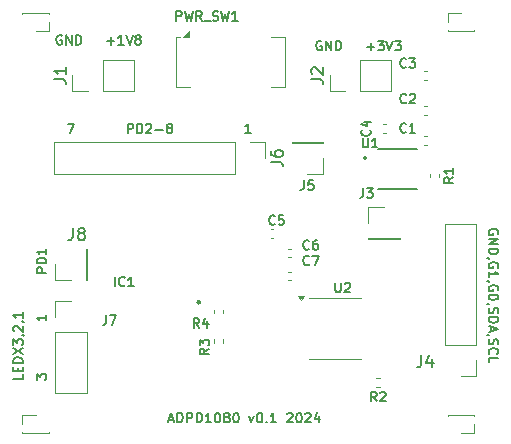
<source format=gbr>
G04 #@! TF.GenerationSoftware,KiCad,Pcbnew,8.0.01-1-dev-1e03266dfe*
G04 #@! TF.CreationDate,2024-03-02T01:32:54-08:00*
G04 #@! TF.ProjectId,adpd1080_breakoutboard,61647064-3130-4383-905f-627265616b6f,rev?*
G04 #@! TF.SameCoordinates,Original*
G04 #@! TF.FileFunction,Legend,Top*
G04 #@! TF.FilePolarity,Positive*
%FSLAX46Y46*%
G04 Gerber Fmt 4.6, Leading zero omitted, Abs format (unit mm)*
G04 Created by KiCad (PCBNEW 8.0.01-1-dev-1e03266dfe) date 2024-03-02 01:32:54*
%MOMM*%
%LPD*%
G01*
G04 APERTURE LIST*
%ADD10C,0.150000*%
%ADD11C,0.177800*%
%ADD12C,0.254000*%
%ADD13C,0.120000*%
%ADD14C,0.152400*%
G04 APERTURE END LIST*
D10*
X62117609Y-40458207D02*
X62155704Y-40382017D01*
X62155704Y-40382017D02*
X62155704Y-40267731D01*
X62155704Y-40267731D02*
X62117609Y-40153445D01*
X62117609Y-40153445D02*
X62041419Y-40077255D01*
X62041419Y-40077255D02*
X61965228Y-40039160D01*
X61965228Y-40039160D02*
X61812847Y-40001064D01*
X61812847Y-40001064D02*
X61698561Y-40001064D01*
X61698561Y-40001064D02*
X61546180Y-40039160D01*
X61546180Y-40039160D02*
X61469990Y-40077255D01*
X61469990Y-40077255D02*
X61393800Y-40153445D01*
X61393800Y-40153445D02*
X61355704Y-40267731D01*
X61355704Y-40267731D02*
X61355704Y-40343922D01*
X61355704Y-40343922D02*
X61393800Y-40458207D01*
X61393800Y-40458207D02*
X61431895Y-40496303D01*
X61431895Y-40496303D02*
X61698561Y-40496303D01*
X61698561Y-40496303D02*
X61698561Y-40343922D01*
X61355704Y-40839160D02*
X62155704Y-40839160D01*
X62155704Y-40839160D02*
X61355704Y-41296303D01*
X61355704Y-41296303D02*
X62155704Y-41296303D01*
X61355704Y-41677255D02*
X62155704Y-41677255D01*
X62155704Y-41677255D02*
X62155704Y-41867731D01*
X62155704Y-41867731D02*
X62117609Y-41982017D01*
X62117609Y-41982017D02*
X62041419Y-42058207D01*
X62041419Y-42058207D02*
X61965228Y-42096302D01*
X61965228Y-42096302D02*
X61812847Y-42134398D01*
X61812847Y-42134398D02*
X61698561Y-42134398D01*
X61698561Y-42134398D02*
X61546180Y-42096302D01*
X61546180Y-42096302D02*
X61469990Y-42058207D01*
X61469990Y-42058207D02*
X61393800Y-41982017D01*
X61393800Y-41982017D02*
X61355704Y-41867731D01*
X61355704Y-41867731D02*
X61355704Y-41677255D01*
X61393800Y-42515350D02*
X61355704Y-42515350D01*
X61355704Y-42515350D02*
X61279514Y-42477255D01*
X61279514Y-42477255D02*
X61241419Y-42439159D01*
X62117609Y-43277254D02*
X62155704Y-43201064D01*
X62155704Y-43201064D02*
X62155704Y-43086778D01*
X62155704Y-43086778D02*
X62117609Y-42972492D01*
X62117609Y-42972492D02*
X62041419Y-42896302D01*
X62041419Y-42896302D02*
X61965228Y-42858207D01*
X61965228Y-42858207D02*
X61812847Y-42820111D01*
X61812847Y-42820111D02*
X61698561Y-42820111D01*
X61698561Y-42820111D02*
X61546180Y-42858207D01*
X61546180Y-42858207D02*
X61469990Y-42896302D01*
X61469990Y-42896302D02*
X61393800Y-42972492D01*
X61393800Y-42972492D02*
X61355704Y-43086778D01*
X61355704Y-43086778D02*
X61355704Y-43162969D01*
X61355704Y-43162969D02*
X61393800Y-43277254D01*
X61393800Y-43277254D02*
X61431895Y-43315350D01*
X61431895Y-43315350D02*
X61698561Y-43315350D01*
X61698561Y-43315350D02*
X61698561Y-43162969D01*
X61355704Y-44077254D02*
X61355704Y-43620111D01*
X61355704Y-43848683D02*
X62155704Y-43848683D01*
X62155704Y-43848683D02*
X62041419Y-43772492D01*
X62041419Y-43772492D02*
X61965228Y-43696302D01*
X61965228Y-43696302D02*
X61927133Y-43620111D01*
X61393800Y-44458207D02*
X61355704Y-44458207D01*
X61355704Y-44458207D02*
X61279514Y-44420112D01*
X61279514Y-44420112D02*
X61241419Y-44382016D01*
X62117609Y-45220111D02*
X62155704Y-45143921D01*
X62155704Y-45143921D02*
X62155704Y-45029635D01*
X62155704Y-45029635D02*
X62117609Y-44915349D01*
X62117609Y-44915349D02*
X62041419Y-44839159D01*
X62041419Y-44839159D02*
X61965228Y-44801064D01*
X61965228Y-44801064D02*
X61812847Y-44762968D01*
X61812847Y-44762968D02*
X61698561Y-44762968D01*
X61698561Y-44762968D02*
X61546180Y-44801064D01*
X61546180Y-44801064D02*
X61469990Y-44839159D01*
X61469990Y-44839159D02*
X61393800Y-44915349D01*
X61393800Y-44915349D02*
X61355704Y-45029635D01*
X61355704Y-45029635D02*
X61355704Y-45105826D01*
X61355704Y-45105826D02*
X61393800Y-45220111D01*
X61393800Y-45220111D02*
X61431895Y-45258207D01*
X61431895Y-45258207D02*
X61698561Y-45258207D01*
X61698561Y-45258207D02*
X61698561Y-45105826D01*
X62155704Y-45753445D02*
X62155704Y-45829635D01*
X62155704Y-45829635D02*
X62117609Y-45905826D01*
X62117609Y-45905826D02*
X62079514Y-45943921D01*
X62079514Y-45943921D02*
X62003323Y-45982016D01*
X62003323Y-45982016D02*
X61850942Y-46020111D01*
X61850942Y-46020111D02*
X61660466Y-46020111D01*
X61660466Y-46020111D02*
X61508085Y-45982016D01*
X61508085Y-45982016D02*
X61431895Y-45943921D01*
X61431895Y-45943921D02*
X61393800Y-45905826D01*
X61393800Y-45905826D02*
X61355704Y-45829635D01*
X61355704Y-45829635D02*
X61355704Y-45753445D01*
X61355704Y-45753445D02*
X61393800Y-45677254D01*
X61393800Y-45677254D02*
X61431895Y-45639159D01*
X61431895Y-45639159D02*
X61508085Y-45601064D01*
X61508085Y-45601064D02*
X61660466Y-45562968D01*
X61660466Y-45562968D02*
X61850942Y-45562968D01*
X61850942Y-45562968D02*
X62003323Y-45601064D01*
X62003323Y-45601064D02*
X62079514Y-45639159D01*
X62079514Y-45639159D02*
X62117609Y-45677254D01*
X62117609Y-45677254D02*
X62155704Y-45753445D01*
X61393800Y-46401064D02*
X61355704Y-46401064D01*
X61355704Y-46401064D02*
X61279514Y-46362969D01*
X61279514Y-46362969D02*
X61241419Y-46324873D01*
X61393800Y-46705825D02*
X61355704Y-46820111D01*
X61355704Y-46820111D02*
X61355704Y-47010587D01*
X61355704Y-47010587D02*
X61393800Y-47086778D01*
X61393800Y-47086778D02*
X61431895Y-47124873D01*
X61431895Y-47124873D02*
X61508085Y-47162968D01*
X61508085Y-47162968D02*
X61584276Y-47162968D01*
X61584276Y-47162968D02*
X61660466Y-47124873D01*
X61660466Y-47124873D02*
X61698561Y-47086778D01*
X61698561Y-47086778D02*
X61736657Y-47010587D01*
X61736657Y-47010587D02*
X61774752Y-46858206D01*
X61774752Y-46858206D02*
X61812847Y-46782016D01*
X61812847Y-46782016D02*
X61850942Y-46743921D01*
X61850942Y-46743921D02*
X61927133Y-46705825D01*
X61927133Y-46705825D02*
X62003323Y-46705825D01*
X62003323Y-46705825D02*
X62079514Y-46743921D01*
X62079514Y-46743921D02*
X62117609Y-46782016D01*
X62117609Y-46782016D02*
X62155704Y-46858206D01*
X62155704Y-46858206D02*
X62155704Y-47048683D01*
X62155704Y-47048683D02*
X62117609Y-47162968D01*
X61355704Y-47505826D02*
X62155704Y-47505826D01*
X62155704Y-47505826D02*
X62155704Y-47696302D01*
X62155704Y-47696302D02*
X62117609Y-47810588D01*
X62117609Y-47810588D02*
X62041419Y-47886778D01*
X62041419Y-47886778D02*
X61965228Y-47924873D01*
X61965228Y-47924873D02*
X61812847Y-47962969D01*
X61812847Y-47962969D02*
X61698561Y-47962969D01*
X61698561Y-47962969D02*
X61546180Y-47924873D01*
X61546180Y-47924873D02*
X61469990Y-47886778D01*
X61469990Y-47886778D02*
X61393800Y-47810588D01*
X61393800Y-47810588D02*
X61355704Y-47696302D01*
X61355704Y-47696302D02*
X61355704Y-47505826D01*
X61584276Y-48267730D02*
X61584276Y-48648683D01*
X61355704Y-48191540D02*
X62155704Y-48458207D01*
X62155704Y-48458207D02*
X61355704Y-48724873D01*
X61393800Y-49029635D02*
X61355704Y-49029635D01*
X61355704Y-49029635D02*
X61279514Y-48991540D01*
X61279514Y-48991540D02*
X61241419Y-48953444D01*
X61393800Y-49334396D02*
X61355704Y-49448682D01*
X61355704Y-49448682D02*
X61355704Y-49639158D01*
X61355704Y-49639158D02*
X61393800Y-49715349D01*
X61393800Y-49715349D02*
X61431895Y-49753444D01*
X61431895Y-49753444D02*
X61508085Y-49791539D01*
X61508085Y-49791539D02*
X61584276Y-49791539D01*
X61584276Y-49791539D02*
X61660466Y-49753444D01*
X61660466Y-49753444D02*
X61698561Y-49715349D01*
X61698561Y-49715349D02*
X61736657Y-49639158D01*
X61736657Y-49639158D02*
X61774752Y-49486777D01*
X61774752Y-49486777D02*
X61812847Y-49410587D01*
X61812847Y-49410587D02*
X61850942Y-49372492D01*
X61850942Y-49372492D02*
X61927133Y-49334396D01*
X61927133Y-49334396D02*
X62003323Y-49334396D01*
X62003323Y-49334396D02*
X62079514Y-49372492D01*
X62079514Y-49372492D02*
X62117609Y-49410587D01*
X62117609Y-49410587D02*
X62155704Y-49486777D01*
X62155704Y-49486777D02*
X62155704Y-49677254D01*
X62155704Y-49677254D02*
X62117609Y-49791539D01*
X61431895Y-50591540D02*
X61393800Y-50553444D01*
X61393800Y-50553444D02*
X61355704Y-50439159D01*
X61355704Y-50439159D02*
X61355704Y-50362968D01*
X61355704Y-50362968D02*
X61393800Y-50248682D01*
X61393800Y-50248682D02*
X61469990Y-50172492D01*
X61469990Y-50172492D02*
X61546180Y-50134397D01*
X61546180Y-50134397D02*
X61698561Y-50096301D01*
X61698561Y-50096301D02*
X61812847Y-50096301D01*
X61812847Y-50096301D02*
X61965228Y-50134397D01*
X61965228Y-50134397D02*
X62041419Y-50172492D01*
X62041419Y-50172492D02*
X62117609Y-50248682D01*
X62117609Y-50248682D02*
X62155704Y-50362968D01*
X62155704Y-50362968D02*
X62155704Y-50439159D01*
X62155704Y-50439159D02*
X62117609Y-50553444D01*
X62117609Y-50553444D02*
X62079514Y-50591540D01*
X61355704Y-51315349D02*
X61355704Y-50934397D01*
X61355704Y-50934397D02*
X62155704Y-50934397D01*
D11*
X34271792Y-56159054D02*
X34658839Y-56159054D01*
X34194382Y-56391282D02*
X34465315Y-55578482D01*
X34465315Y-55578482D02*
X34736249Y-56391282D01*
X35007182Y-56391282D02*
X35007182Y-55578482D01*
X35007182Y-55578482D02*
X35200706Y-55578482D01*
X35200706Y-55578482D02*
X35316820Y-55617187D01*
X35316820Y-55617187D02*
X35394230Y-55694597D01*
X35394230Y-55694597D02*
X35432935Y-55772006D01*
X35432935Y-55772006D02*
X35471639Y-55926825D01*
X35471639Y-55926825D02*
X35471639Y-56042939D01*
X35471639Y-56042939D02*
X35432935Y-56197758D01*
X35432935Y-56197758D02*
X35394230Y-56275168D01*
X35394230Y-56275168D02*
X35316820Y-56352578D01*
X35316820Y-56352578D02*
X35200706Y-56391282D01*
X35200706Y-56391282D02*
X35007182Y-56391282D01*
X35819982Y-56391282D02*
X35819982Y-55578482D01*
X35819982Y-55578482D02*
X36129620Y-55578482D01*
X36129620Y-55578482D02*
X36207030Y-55617187D01*
X36207030Y-55617187D02*
X36245735Y-55655892D01*
X36245735Y-55655892D02*
X36284439Y-55733301D01*
X36284439Y-55733301D02*
X36284439Y-55849416D01*
X36284439Y-55849416D02*
X36245735Y-55926825D01*
X36245735Y-55926825D02*
X36207030Y-55965530D01*
X36207030Y-55965530D02*
X36129620Y-56004235D01*
X36129620Y-56004235D02*
X35819982Y-56004235D01*
X36632782Y-56391282D02*
X36632782Y-55578482D01*
X36632782Y-55578482D02*
X36826306Y-55578482D01*
X36826306Y-55578482D02*
X36942420Y-55617187D01*
X36942420Y-55617187D02*
X37019830Y-55694597D01*
X37019830Y-55694597D02*
X37058535Y-55772006D01*
X37058535Y-55772006D02*
X37097239Y-55926825D01*
X37097239Y-55926825D02*
X37097239Y-56042939D01*
X37097239Y-56042939D02*
X37058535Y-56197758D01*
X37058535Y-56197758D02*
X37019830Y-56275168D01*
X37019830Y-56275168D02*
X36942420Y-56352578D01*
X36942420Y-56352578D02*
X36826306Y-56391282D01*
X36826306Y-56391282D02*
X36632782Y-56391282D01*
X37871335Y-56391282D02*
X37406878Y-56391282D01*
X37639106Y-56391282D02*
X37639106Y-55578482D01*
X37639106Y-55578482D02*
X37561697Y-55694597D01*
X37561697Y-55694597D02*
X37484287Y-55772006D01*
X37484287Y-55772006D02*
X37406878Y-55810711D01*
X38374496Y-55578482D02*
X38451906Y-55578482D01*
X38451906Y-55578482D02*
X38529315Y-55617187D01*
X38529315Y-55617187D02*
X38568020Y-55655892D01*
X38568020Y-55655892D02*
X38606725Y-55733301D01*
X38606725Y-55733301D02*
X38645430Y-55888120D01*
X38645430Y-55888120D02*
X38645430Y-56081644D01*
X38645430Y-56081644D02*
X38606725Y-56236463D01*
X38606725Y-56236463D02*
X38568020Y-56313873D01*
X38568020Y-56313873D02*
X38529315Y-56352578D01*
X38529315Y-56352578D02*
X38451906Y-56391282D01*
X38451906Y-56391282D02*
X38374496Y-56391282D01*
X38374496Y-56391282D02*
X38297087Y-56352578D01*
X38297087Y-56352578D02*
X38258382Y-56313873D01*
X38258382Y-56313873D02*
X38219677Y-56236463D01*
X38219677Y-56236463D02*
X38180973Y-56081644D01*
X38180973Y-56081644D02*
X38180973Y-55888120D01*
X38180973Y-55888120D02*
X38219677Y-55733301D01*
X38219677Y-55733301D02*
X38258382Y-55655892D01*
X38258382Y-55655892D02*
X38297087Y-55617187D01*
X38297087Y-55617187D02*
X38374496Y-55578482D01*
X39109887Y-55926825D02*
X39032477Y-55888120D01*
X39032477Y-55888120D02*
X38993772Y-55849416D01*
X38993772Y-55849416D02*
X38955068Y-55772006D01*
X38955068Y-55772006D02*
X38955068Y-55733301D01*
X38955068Y-55733301D02*
X38993772Y-55655892D01*
X38993772Y-55655892D02*
X39032477Y-55617187D01*
X39032477Y-55617187D02*
X39109887Y-55578482D01*
X39109887Y-55578482D02*
X39264706Y-55578482D01*
X39264706Y-55578482D02*
X39342115Y-55617187D01*
X39342115Y-55617187D02*
X39380820Y-55655892D01*
X39380820Y-55655892D02*
X39419525Y-55733301D01*
X39419525Y-55733301D02*
X39419525Y-55772006D01*
X39419525Y-55772006D02*
X39380820Y-55849416D01*
X39380820Y-55849416D02*
X39342115Y-55888120D01*
X39342115Y-55888120D02*
X39264706Y-55926825D01*
X39264706Y-55926825D02*
X39109887Y-55926825D01*
X39109887Y-55926825D02*
X39032477Y-55965530D01*
X39032477Y-55965530D02*
X38993772Y-56004235D01*
X38993772Y-56004235D02*
X38955068Y-56081644D01*
X38955068Y-56081644D02*
X38955068Y-56236463D01*
X38955068Y-56236463D02*
X38993772Y-56313873D01*
X38993772Y-56313873D02*
X39032477Y-56352578D01*
X39032477Y-56352578D02*
X39109887Y-56391282D01*
X39109887Y-56391282D02*
X39264706Y-56391282D01*
X39264706Y-56391282D02*
X39342115Y-56352578D01*
X39342115Y-56352578D02*
X39380820Y-56313873D01*
X39380820Y-56313873D02*
X39419525Y-56236463D01*
X39419525Y-56236463D02*
X39419525Y-56081644D01*
X39419525Y-56081644D02*
X39380820Y-56004235D01*
X39380820Y-56004235D02*
X39342115Y-55965530D01*
X39342115Y-55965530D02*
X39264706Y-55926825D01*
X39922686Y-55578482D02*
X40000096Y-55578482D01*
X40000096Y-55578482D02*
X40077505Y-55617187D01*
X40077505Y-55617187D02*
X40116210Y-55655892D01*
X40116210Y-55655892D02*
X40154915Y-55733301D01*
X40154915Y-55733301D02*
X40193620Y-55888120D01*
X40193620Y-55888120D02*
X40193620Y-56081644D01*
X40193620Y-56081644D02*
X40154915Y-56236463D01*
X40154915Y-56236463D02*
X40116210Y-56313873D01*
X40116210Y-56313873D02*
X40077505Y-56352578D01*
X40077505Y-56352578D02*
X40000096Y-56391282D01*
X40000096Y-56391282D02*
X39922686Y-56391282D01*
X39922686Y-56391282D02*
X39845277Y-56352578D01*
X39845277Y-56352578D02*
X39806572Y-56313873D01*
X39806572Y-56313873D02*
X39767867Y-56236463D01*
X39767867Y-56236463D02*
X39729163Y-56081644D01*
X39729163Y-56081644D02*
X39729163Y-55888120D01*
X39729163Y-55888120D02*
X39767867Y-55733301D01*
X39767867Y-55733301D02*
X39806572Y-55655892D01*
X39806572Y-55655892D02*
X39845277Y-55617187D01*
X39845277Y-55617187D02*
X39922686Y-55578482D01*
X41083829Y-55849416D02*
X41277353Y-56391282D01*
X41277353Y-56391282D02*
X41470876Y-55849416D01*
X41935333Y-55578482D02*
X42012743Y-55578482D01*
X42012743Y-55578482D02*
X42090152Y-55617187D01*
X42090152Y-55617187D02*
X42128857Y-55655892D01*
X42128857Y-55655892D02*
X42167562Y-55733301D01*
X42167562Y-55733301D02*
X42206267Y-55888120D01*
X42206267Y-55888120D02*
X42206267Y-56081644D01*
X42206267Y-56081644D02*
X42167562Y-56236463D01*
X42167562Y-56236463D02*
X42128857Y-56313873D01*
X42128857Y-56313873D02*
X42090152Y-56352578D01*
X42090152Y-56352578D02*
X42012743Y-56391282D01*
X42012743Y-56391282D02*
X41935333Y-56391282D01*
X41935333Y-56391282D02*
X41857924Y-56352578D01*
X41857924Y-56352578D02*
X41819219Y-56313873D01*
X41819219Y-56313873D02*
X41780514Y-56236463D01*
X41780514Y-56236463D02*
X41741810Y-56081644D01*
X41741810Y-56081644D02*
X41741810Y-55888120D01*
X41741810Y-55888120D02*
X41780514Y-55733301D01*
X41780514Y-55733301D02*
X41819219Y-55655892D01*
X41819219Y-55655892D02*
X41857924Y-55617187D01*
X41857924Y-55617187D02*
X41935333Y-55578482D01*
X42554609Y-56313873D02*
X42593314Y-56352578D01*
X42593314Y-56352578D02*
X42554609Y-56391282D01*
X42554609Y-56391282D02*
X42515905Y-56352578D01*
X42515905Y-56352578D02*
X42554609Y-56313873D01*
X42554609Y-56313873D02*
X42554609Y-56391282D01*
X43367410Y-56391282D02*
X42902953Y-56391282D01*
X43135181Y-56391282D02*
X43135181Y-55578482D01*
X43135181Y-55578482D02*
X43057772Y-55694597D01*
X43057772Y-55694597D02*
X42980362Y-55772006D01*
X42980362Y-55772006D02*
X42902953Y-55810711D01*
X44296324Y-55655892D02*
X44335028Y-55617187D01*
X44335028Y-55617187D02*
X44412438Y-55578482D01*
X44412438Y-55578482D02*
X44605962Y-55578482D01*
X44605962Y-55578482D02*
X44683371Y-55617187D01*
X44683371Y-55617187D02*
X44722076Y-55655892D01*
X44722076Y-55655892D02*
X44760781Y-55733301D01*
X44760781Y-55733301D02*
X44760781Y-55810711D01*
X44760781Y-55810711D02*
X44722076Y-55926825D01*
X44722076Y-55926825D02*
X44257619Y-56391282D01*
X44257619Y-56391282D02*
X44760781Y-56391282D01*
X45263942Y-55578482D02*
X45341352Y-55578482D01*
X45341352Y-55578482D02*
X45418761Y-55617187D01*
X45418761Y-55617187D02*
X45457466Y-55655892D01*
X45457466Y-55655892D02*
X45496171Y-55733301D01*
X45496171Y-55733301D02*
X45534876Y-55888120D01*
X45534876Y-55888120D02*
X45534876Y-56081644D01*
X45534876Y-56081644D02*
X45496171Y-56236463D01*
X45496171Y-56236463D02*
X45457466Y-56313873D01*
X45457466Y-56313873D02*
X45418761Y-56352578D01*
X45418761Y-56352578D02*
X45341352Y-56391282D01*
X45341352Y-56391282D02*
X45263942Y-56391282D01*
X45263942Y-56391282D02*
X45186533Y-56352578D01*
X45186533Y-56352578D02*
X45147828Y-56313873D01*
X45147828Y-56313873D02*
X45109123Y-56236463D01*
X45109123Y-56236463D02*
X45070419Y-56081644D01*
X45070419Y-56081644D02*
X45070419Y-55888120D01*
X45070419Y-55888120D02*
X45109123Y-55733301D01*
X45109123Y-55733301D02*
X45147828Y-55655892D01*
X45147828Y-55655892D02*
X45186533Y-55617187D01*
X45186533Y-55617187D02*
X45263942Y-55578482D01*
X45844514Y-55655892D02*
X45883218Y-55617187D01*
X45883218Y-55617187D02*
X45960628Y-55578482D01*
X45960628Y-55578482D02*
X46154152Y-55578482D01*
X46154152Y-55578482D02*
X46231561Y-55617187D01*
X46231561Y-55617187D02*
X46270266Y-55655892D01*
X46270266Y-55655892D02*
X46308971Y-55733301D01*
X46308971Y-55733301D02*
X46308971Y-55810711D01*
X46308971Y-55810711D02*
X46270266Y-55926825D01*
X46270266Y-55926825D02*
X45805809Y-56391282D01*
X45805809Y-56391282D02*
X46308971Y-56391282D01*
X47005656Y-55849416D02*
X47005656Y-56391282D01*
X46812132Y-55539778D02*
X46618609Y-56120349D01*
X46618609Y-56120349D02*
X47121770Y-56120349D01*
D10*
X23894295Y-43710839D02*
X23094295Y-43710839D01*
X23094295Y-43710839D02*
X23094295Y-43406077D01*
X23094295Y-43406077D02*
X23132390Y-43329887D01*
X23132390Y-43329887D02*
X23170485Y-43291792D01*
X23170485Y-43291792D02*
X23246676Y-43253696D01*
X23246676Y-43253696D02*
X23360961Y-43253696D01*
X23360961Y-43253696D02*
X23437152Y-43291792D01*
X23437152Y-43291792D02*
X23475247Y-43329887D01*
X23475247Y-43329887D02*
X23513342Y-43406077D01*
X23513342Y-43406077D02*
X23513342Y-43710839D01*
X23894295Y-42910839D02*
X23094295Y-42910839D01*
X23094295Y-42910839D02*
X23094295Y-42720363D01*
X23094295Y-42720363D02*
X23132390Y-42606077D01*
X23132390Y-42606077D02*
X23208580Y-42529887D01*
X23208580Y-42529887D02*
X23284771Y-42491792D01*
X23284771Y-42491792D02*
X23437152Y-42453696D01*
X23437152Y-42453696D02*
X23551438Y-42453696D01*
X23551438Y-42453696D02*
X23703819Y-42491792D01*
X23703819Y-42491792D02*
X23780009Y-42529887D01*
X23780009Y-42529887D02*
X23856200Y-42606077D01*
X23856200Y-42606077D02*
X23894295Y-42720363D01*
X23894295Y-42720363D02*
X23894295Y-42910839D01*
X23894295Y-41691792D02*
X23894295Y-42148935D01*
X23894295Y-41920363D02*
X23094295Y-41920363D01*
X23094295Y-41920363D02*
X23208580Y-41996554D01*
X23208580Y-41996554D02*
X23284771Y-42072744D01*
X23284771Y-42072744D02*
X23322866Y-42148935D01*
X41208207Y-31894295D02*
X40751064Y-31894295D01*
X40979636Y-31894295D02*
X40979636Y-31094295D01*
X40979636Y-31094295D02*
X40903445Y-31208580D01*
X40903445Y-31208580D02*
X40827255Y-31284771D01*
X40827255Y-31284771D02*
X40751064Y-31322866D01*
X25712969Y-31094295D02*
X26246303Y-31094295D01*
X26246303Y-31094295D02*
X25903445Y-31894295D01*
X21894295Y-52329887D02*
X21894295Y-52710839D01*
X21894295Y-52710839D02*
X21094295Y-52710839D01*
X21475247Y-52063220D02*
X21475247Y-51796554D01*
X21894295Y-51682268D02*
X21894295Y-52063220D01*
X21894295Y-52063220D02*
X21094295Y-52063220D01*
X21094295Y-52063220D02*
X21094295Y-51682268D01*
X21894295Y-51339410D02*
X21094295Y-51339410D01*
X21094295Y-51339410D02*
X21094295Y-51148934D01*
X21094295Y-51148934D02*
X21132390Y-51034648D01*
X21132390Y-51034648D02*
X21208580Y-50958458D01*
X21208580Y-50958458D02*
X21284771Y-50920363D01*
X21284771Y-50920363D02*
X21437152Y-50882267D01*
X21437152Y-50882267D02*
X21551438Y-50882267D01*
X21551438Y-50882267D02*
X21703819Y-50920363D01*
X21703819Y-50920363D02*
X21780009Y-50958458D01*
X21780009Y-50958458D02*
X21856200Y-51034648D01*
X21856200Y-51034648D02*
X21894295Y-51148934D01*
X21894295Y-51148934D02*
X21894295Y-51339410D01*
X21094295Y-50615601D02*
X21894295Y-50082267D01*
X21094295Y-50082267D02*
X21894295Y-50615601D01*
X21094295Y-49853696D02*
X21094295Y-49358458D01*
X21094295Y-49358458D02*
X21399057Y-49625124D01*
X21399057Y-49625124D02*
X21399057Y-49510839D01*
X21399057Y-49510839D02*
X21437152Y-49434648D01*
X21437152Y-49434648D02*
X21475247Y-49396553D01*
X21475247Y-49396553D02*
X21551438Y-49358458D01*
X21551438Y-49358458D02*
X21741914Y-49358458D01*
X21741914Y-49358458D02*
X21818104Y-49396553D01*
X21818104Y-49396553D02*
X21856200Y-49434648D01*
X21856200Y-49434648D02*
X21894295Y-49510839D01*
X21894295Y-49510839D02*
X21894295Y-49739410D01*
X21894295Y-49739410D02*
X21856200Y-49815601D01*
X21856200Y-49815601D02*
X21818104Y-49853696D01*
X21856200Y-48977505D02*
X21894295Y-48977505D01*
X21894295Y-48977505D02*
X21970485Y-49015600D01*
X21970485Y-49015600D02*
X22008580Y-49053696D01*
X21170485Y-48672744D02*
X21132390Y-48634648D01*
X21132390Y-48634648D02*
X21094295Y-48558458D01*
X21094295Y-48558458D02*
X21094295Y-48367982D01*
X21094295Y-48367982D02*
X21132390Y-48291791D01*
X21132390Y-48291791D02*
X21170485Y-48253696D01*
X21170485Y-48253696D02*
X21246676Y-48215601D01*
X21246676Y-48215601D02*
X21322866Y-48215601D01*
X21322866Y-48215601D02*
X21437152Y-48253696D01*
X21437152Y-48253696D02*
X21894295Y-48710839D01*
X21894295Y-48710839D02*
X21894295Y-48215601D01*
X21856200Y-47834648D02*
X21894295Y-47834648D01*
X21894295Y-47834648D02*
X21970485Y-47872743D01*
X21970485Y-47872743D02*
X22008580Y-47910839D01*
X21894295Y-47072744D02*
X21894295Y-47529887D01*
X21894295Y-47301315D02*
X21094295Y-47301315D01*
X21094295Y-47301315D02*
X21208580Y-47377506D01*
X21208580Y-47377506D02*
X21284771Y-47453696D01*
X21284771Y-47453696D02*
X21322866Y-47529887D01*
X25208207Y-23632390D02*
X25132017Y-23594295D01*
X25132017Y-23594295D02*
X25017731Y-23594295D01*
X25017731Y-23594295D02*
X24903445Y-23632390D01*
X24903445Y-23632390D02*
X24827255Y-23708580D01*
X24827255Y-23708580D02*
X24789160Y-23784771D01*
X24789160Y-23784771D02*
X24751064Y-23937152D01*
X24751064Y-23937152D02*
X24751064Y-24051438D01*
X24751064Y-24051438D02*
X24789160Y-24203819D01*
X24789160Y-24203819D02*
X24827255Y-24280009D01*
X24827255Y-24280009D02*
X24903445Y-24356200D01*
X24903445Y-24356200D02*
X25017731Y-24394295D01*
X25017731Y-24394295D02*
X25093922Y-24394295D01*
X25093922Y-24394295D02*
X25208207Y-24356200D01*
X25208207Y-24356200D02*
X25246303Y-24318104D01*
X25246303Y-24318104D02*
X25246303Y-24051438D01*
X25246303Y-24051438D02*
X25093922Y-24051438D01*
X25589160Y-24394295D02*
X25589160Y-23594295D01*
X25589160Y-23594295D02*
X26046303Y-24394295D01*
X26046303Y-24394295D02*
X26046303Y-23594295D01*
X26427255Y-24394295D02*
X26427255Y-23594295D01*
X26427255Y-23594295D02*
X26617731Y-23594295D01*
X26617731Y-23594295D02*
X26732017Y-23632390D01*
X26732017Y-23632390D02*
X26808207Y-23708580D01*
X26808207Y-23708580D02*
X26846302Y-23784771D01*
X26846302Y-23784771D02*
X26884398Y-23937152D01*
X26884398Y-23937152D02*
X26884398Y-24051438D01*
X26884398Y-24051438D02*
X26846302Y-24203819D01*
X26846302Y-24203819D02*
X26808207Y-24280009D01*
X26808207Y-24280009D02*
X26732017Y-24356200D01*
X26732017Y-24356200D02*
X26617731Y-24394295D01*
X26617731Y-24394295D02*
X26427255Y-24394295D01*
X29055827Y-24089533D02*
X29665351Y-24089533D01*
X29360589Y-24394295D02*
X29360589Y-23784771D01*
X30465350Y-24394295D02*
X30008207Y-24394295D01*
X30236779Y-24394295D02*
X30236779Y-23594295D01*
X30236779Y-23594295D02*
X30160588Y-23708580D01*
X30160588Y-23708580D02*
X30084398Y-23784771D01*
X30084398Y-23784771D02*
X30008207Y-23822866D01*
X30693922Y-23594295D02*
X30960589Y-24394295D01*
X30960589Y-24394295D02*
X31227255Y-23594295D01*
X31608207Y-23937152D02*
X31532017Y-23899057D01*
X31532017Y-23899057D02*
X31493922Y-23860961D01*
X31493922Y-23860961D02*
X31455826Y-23784771D01*
X31455826Y-23784771D02*
X31455826Y-23746676D01*
X31455826Y-23746676D02*
X31493922Y-23670485D01*
X31493922Y-23670485D02*
X31532017Y-23632390D01*
X31532017Y-23632390D02*
X31608207Y-23594295D01*
X31608207Y-23594295D02*
X31760588Y-23594295D01*
X31760588Y-23594295D02*
X31836779Y-23632390D01*
X31836779Y-23632390D02*
X31874874Y-23670485D01*
X31874874Y-23670485D02*
X31912969Y-23746676D01*
X31912969Y-23746676D02*
X31912969Y-23784771D01*
X31912969Y-23784771D02*
X31874874Y-23860961D01*
X31874874Y-23860961D02*
X31836779Y-23899057D01*
X31836779Y-23899057D02*
X31760588Y-23937152D01*
X31760588Y-23937152D02*
X31608207Y-23937152D01*
X31608207Y-23937152D02*
X31532017Y-23975247D01*
X31532017Y-23975247D02*
X31493922Y-24013342D01*
X31493922Y-24013342D02*
X31455826Y-24089533D01*
X31455826Y-24089533D02*
X31455826Y-24241914D01*
X31455826Y-24241914D02*
X31493922Y-24318104D01*
X31493922Y-24318104D02*
X31532017Y-24356200D01*
X31532017Y-24356200D02*
X31608207Y-24394295D01*
X31608207Y-24394295D02*
X31760588Y-24394295D01*
X31760588Y-24394295D02*
X31836779Y-24356200D01*
X31836779Y-24356200D02*
X31874874Y-24318104D01*
X31874874Y-24318104D02*
X31912969Y-24241914D01*
X31912969Y-24241914D02*
X31912969Y-24089533D01*
X31912969Y-24089533D02*
X31874874Y-24013342D01*
X31874874Y-24013342D02*
X31836779Y-23975247D01*
X31836779Y-23975247D02*
X31760588Y-23937152D01*
X47208207Y-24132390D02*
X47132017Y-24094295D01*
X47132017Y-24094295D02*
X47017731Y-24094295D01*
X47017731Y-24094295D02*
X46903445Y-24132390D01*
X46903445Y-24132390D02*
X46827255Y-24208580D01*
X46827255Y-24208580D02*
X46789160Y-24284771D01*
X46789160Y-24284771D02*
X46751064Y-24437152D01*
X46751064Y-24437152D02*
X46751064Y-24551438D01*
X46751064Y-24551438D02*
X46789160Y-24703819D01*
X46789160Y-24703819D02*
X46827255Y-24780009D01*
X46827255Y-24780009D02*
X46903445Y-24856200D01*
X46903445Y-24856200D02*
X47017731Y-24894295D01*
X47017731Y-24894295D02*
X47093922Y-24894295D01*
X47093922Y-24894295D02*
X47208207Y-24856200D01*
X47208207Y-24856200D02*
X47246303Y-24818104D01*
X47246303Y-24818104D02*
X47246303Y-24551438D01*
X47246303Y-24551438D02*
X47093922Y-24551438D01*
X47589160Y-24894295D02*
X47589160Y-24094295D01*
X47589160Y-24094295D02*
X48046303Y-24894295D01*
X48046303Y-24894295D02*
X48046303Y-24094295D01*
X48427255Y-24894295D02*
X48427255Y-24094295D01*
X48427255Y-24094295D02*
X48617731Y-24094295D01*
X48617731Y-24094295D02*
X48732017Y-24132390D01*
X48732017Y-24132390D02*
X48808207Y-24208580D01*
X48808207Y-24208580D02*
X48846302Y-24284771D01*
X48846302Y-24284771D02*
X48884398Y-24437152D01*
X48884398Y-24437152D02*
X48884398Y-24551438D01*
X48884398Y-24551438D02*
X48846302Y-24703819D01*
X48846302Y-24703819D02*
X48808207Y-24780009D01*
X48808207Y-24780009D02*
X48732017Y-24856200D01*
X48732017Y-24856200D02*
X48617731Y-24894295D01*
X48617731Y-24894295D02*
X48427255Y-24894295D01*
X51055827Y-24589533D02*
X51665351Y-24589533D01*
X51360589Y-24894295D02*
X51360589Y-24284771D01*
X51970112Y-24094295D02*
X52465350Y-24094295D01*
X52465350Y-24094295D02*
X52198684Y-24399057D01*
X52198684Y-24399057D02*
X52312969Y-24399057D01*
X52312969Y-24399057D02*
X52389160Y-24437152D01*
X52389160Y-24437152D02*
X52427255Y-24475247D01*
X52427255Y-24475247D02*
X52465350Y-24551438D01*
X52465350Y-24551438D02*
X52465350Y-24741914D01*
X52465350Y-24741914D02*
X52427255Y-24818104D01*
X52427255Y-24818104D02*
X52389160Y-24856200D01*
X52389160Y-24856200D02*
X52312969Y-24894295D01*
X52312969Y-24894295D02*
X52084398Y-24894295D01*
X52084398Y-24894295D02*
X52008207Y-24856200D01*
X52008207Y-24856200D02*
X51970112Y-24818104D01*
X52693922Y-24094295D02*
X52960589Y-24894295D01*
X52960589Y-24894295D02*
X53227255Y-24094295D01*
X53417731Y-24094295D02*
X53912969Y-24094295D01*
X53912969Y-24094295D02*
X53646303Y-24399057D01*
X53646303Y-24399057D02*
X53760588Y-24399057D01*
X53760588Y-24399057D02*
X53836779Y-24437152D01*
X53836779Y-24437152D02*
X53874874Y-24475247D01*
X53874874Y-24475247D02*
X53912969Y-24551438D01*
X53912969Y-24551438D02*
X53912969Y-24741914D01*
X53912969Y-24741914D02*
X53874874Y-24818104D01*
X53874874Y-24818104D02*
X53836779Y-24856200D01*
X53836779Y-24856200D02*
X53760588Y-24894295D01*
X53760588Y-24894295D02*
X53532017Y-24894295D01*
X53532017Y-24894295D02*
X53455826Y-24856200D01*
X53455826Y-24856200D02*
X53417731Y-24818104D01*
X30789160Y-31894295D02*
X30789160Y-31094295D01*
X30789160Y-31094295D02*
X31093922Y-31094295D01*
X31093922Y-31094295D02*
X31170112Y-31132390D01*
X31170112Y-31132390D02*
X31208207Y-31170485D01*
X31208207Y-31170485D02*
X31246303Y-31246676D01*
X31246303Y-31246676D02*
X31246303Y-31360961D01*
X31246303Y-31360961D02*
X31208207Y-31437152D01*
X31208207Y-31437152D02*
X31170112Y-31475247D01*
X31170112Y-31475247D02*
X31093922Y-31513342D01*
X31093922Y-31513342D02*
X30789160Y-31513342D01*
X31589160Y-31894295D02*
X31589160Y-31094295D01*
X31589160Y-31094295D02*
X31779636Y-31094295D01*
X31779636Y-31094295D02*
X31893922Y-31132390D01*
X31893922Y-31132390D02*
X31970112Y-31208580D01*
X31970112Y-31208580D02*
X32008207Y-31284771D01*
X32008207Y-31284771D02*
X32046303Y-31437152D01*
X32046303Y-31437152D02*
X32046303Y-31551438D01*
X32046303Y-31551438D02*
X32008207Y-31703819D01*
X32008207Y-31703819D02*
X31970112Y-31780009D01*
X31970112Y-31780009D02*
X31893922Y-31856200D01*
X31893922Y-31856200D02*
X31779636Y-31894295D01*
X31779636Y-31894295D02*
X31589160Y-31894295D01*
X32351064Y-31170485D02*
X32389160Y-31132390D01*
X32389160Y-31132390D02*
X32465350Y-31094295D01*
X32465350Y-31094295D02*
X32655826Y-31094295D01*
X32655826Y-31094295D02*
X32732017Y-31132390D01*
X32732017Y-31132390D02*
X32770112Y-31170485D01*
X32770112Y-31170485D02*
X32808207Y-31246676D01*
X32808207Y-31246676D02*
X32808207Y-31322866D01*
X32808207Y-31322866D02*
X32770112Y-31437152D01*
X32770112Y-31437152D02*
X32312969Y-31894295D01*
X32312969Y-31894295D02*
X32808207Y-31894295D01*
X33151065Y-31589533D02*
X33760589Y-31589533D01*
X34255826Y-31437152D02*
X34179636Y-31399057D01*
X34179636Y-31399057D02*
X34141541Y-31360961D01*
X34141541Y-31360961D02*
X34103445Y-31284771D01*
X34103445Y-31284771D02*
X34103445Y-31246676D01*
X34103445Y-31246676D02*
X34141541Y-31170485D01*
X34141541Y-31170485D02*
X34179636Y-31132390D01*
X34179636Y-31132390D02*
X34255826Y-31094295D01*
X34255826Y-31094295D02*
X34408207Y-31094295D01*
X34408207Y-31094295D02*
X34484398Y-31132390D01*
X34484398Y-31132390D02*
X34522493Y-31170485D01*
X34522493Y-31170485D02*
X34560588Y-31246676D01*
X34560588Y-31246676D02*
X34560588Y-31284771D01*
X34560588Y-31284771D02*
X34522493Y-31360961D01*
X34522493Y-31360961D02*
X34484398Y-31399057D01*
X34484398Y-31399057D02*
X34408207Y-31437152D01*
X34408207Y-31437152D02*
X34255826Y-31437152D01*
X34255826Y-31437152D02*
X34179636Y-31475247D01*
X34179636Y-31475247D02*
X34141541Y-31513342D01*
X34141541Y-31513342D02*
X34103445Y-31589533D01*
X34103445Y-31589533D02*
X34103445Y-31741914D01*
X34103445Y-31741914D02*
X34141541Y-31818104D01*
X34141541Y-31818104D02*
X34179636Y-31856200D01*
X34179636Y-31856200D02*
X34255826Y-31894295D01*
X34255826Y-31894295D02*
X34408207Y-31894295D01*
X34408207Y-31894295D02*
X34484398Y-31856200D01*
X34484398Y-31856200D02*
X34522493Y-31818104D01*
X34522493Y-31818104D02*
X34560588Y-31741914D01*
X34560588Y-31741914D02*
X34560588Y-31589533D01*
X34560588Y-31589533D02*
X34522493Y-31513342D01*
X34522493Y-31513342D02*
X34484398Y-31475247D01*
X34484398Y-31475247D02*
X34408207Y-31437152D01*
X23094295Y-52787030D02*
X23094295Y-52291792D01*
X23094295Y-52291792D02*
X23399057Y-52558458D01*
X23399057Y-52558458D02*
X23399057Y-52444173D01*
X23399057Y-52444173D02*
X23437152Y-52367982D01*
X23437152Y-52367982D02*
X23475247Y-52329887D01*
X23475247Y-52329887D02*
X23551438Y-52291792D01*
X23551438Y-52291792D02*
X23741914Y-52291792D01*
X23741914Y-52291792D02*
X23818104Y-52329887D01*
X23818104Y-52329887D02*
X23856200Y-52367982D01*
X23856200Y-52367982D02*
X23894295Y-52444173D01*
X23894295Y-52444173D02*
X23894295Y-52672744D01*
X23894295Y-52672744D02*
X23856200Y-52748935D01*
X23856200Y-52748935D02*
X23818104Y-52787030D01*
X23894295Y-47291792D02*
X23894295Y-47748935D01*
X23894295Y-47520363D02*
X23094295Y-47520363D01*
X23094295Y-47520363D02*
X23208580Y-47596554D01*
X23208580Y-47596554D02*
X23284771Y-47672744D01*
X23284771Y-47672744D02*
X23322866Y-47748935D01*
X29719048Y-44862295D02*
X29719048Y-44062295D01*
X30557143Y-44786104D02*
X30519047Y-44824200D01*
X30519047Y-44824200D02*
X30404762Y-44862295D01*
X30404762Y-44862295D02*
X30328571Y-44862295D01*
X30328571Y-44862295D02*
X30214285Y-44824200D01*
X30214285Y-44824200D02*
X30138095Y-44748009D01*
X30138095Y-44748009D02*
X30100000Y-44671819D01*
X30100000Y-44671819D02*
X30061904Y-44519438D01*
X30061904Y-44519438D02*
X30061904Y-44405152D01*
X30061904Y-44405152D02*
X30100000Y-44252771D01*
X30100000Y-44252771D02*
X30138095Y-44176580D01*
X30138095Y-44176580D02*
X30214285Y-44100390D01*
X30214285Y-44100390D02*
X30328571Y-44062295D01*
X30328571Y-44062295D02*
X30404762Y-44062295D01*
X30404762Y-44062295D02*
X30519047Y-44100390D01*
X30519047Y-44100390D02*
X30557143Y-44138485D01*
X31319047Y-44862295D02*
X30861904Y-44862295D01*
X31090476Y-44862295D02*
X31090476Y-44062295D01*
X31090476Y-44062295D02*
X31014285Y-44176580D01*
X31014285Y-44176580D02*
X30938095Y-44252771D01*
X30938095Y-44252771D02*
X30861904Y-44290866D01*
X43266667Y-39586104D02*
X43228571Y-39624200D01*
X43228571Y-39624200D02*
X43114286Y-39662295D01*
X43114286Y-39662295D02*
X43038095Y-39662295D01*
X43038095Y-39662295D02*
X42923809Y-39624200D01*
X42923809Y-39624200D02*
X42847619Y-39548009D01*
X42847619Y-39548009D02*
X42809524Y-39471819D01*
X42809524Y-39471819D02*
X42771428Y-39319438D01*
X42771428Y-39319438D02*
X42771428Y-39205152D01*
X42771428Y-39205152D02*
X42809524Y-39052771D01*
X42809524Y-39052771D02*
X42847619Y-38976580D01*
X42847619Y-38976580D02*
X42923809Y-38900390D01*
X42923809Y-38900390D02*
X43038095Y-38862295D01*
X43038095Y-38862295D02*
X43114286Y-38862295D01*
X43114286Y-38862295D02*
X43228571Y-38900390D01*
X43228571Y-38900390D02*
X43266667Y-38938485D01*
X43990476Y-38862295D02*
X43609524Y-38862295D01*
X43609524Y-38862295D02*
X43571428Y-39243247D01*
X43571428Y-39243247D02*
X43609524Y-39205152D01*
X43609524Y-39205152D02*
X43685714Y-39167057D01*
X43685714Y-39167057D02*
X43876190Y-39167057D01*
X43876190Y-39167057D02*
X43952381Y-39205152D01*
X43952381Y-39205152D02*
X43990476Y-39243247D01*
X43990476Y-39243247D02*
X44028571Y-39319438D01*
X44028571Y-39319438D02*
X44028571Y-39509914D01*
X44028571Y-39509914D02*
X43990476Y-39586104D01*
X43990476Y-39586104D02*
X43952381Y-39624200D01*
X43952381Y-39624200D02*
X43876190Y-39662295D01*
X43876190Y-39662295D02*
X43685714Y-39662295D01*
X43685714Y-39662295D02*
X43609524Y-39624200D01*
X43609524Y-39624200D02*
X43571428Y-39586104D01*
X50733333Y-36562295D02*
X50733333Y-37133723D01*
X50733333Y-37133723D02*
X50695238Y-37248009D01*
X50695238Y-37248009D02*
X50619047Y-37324200D01*
X50619047Y-37324200D02*
X50504762Y-37362295D01*
X50504762Y-37362295D02*
X50428571Y-37362295D01*
X51038095Y-36562295D02*
X51533333Y-36562295D01*
X51533333Y-36562295D02*
X51266667Y-36867057D01*
X51266667Y-36867057D02*
X51380952Y-36867057D01*
X51380952Y-36867057D02*
X51457143Y-36905152D01*
X51457143Y-36905152D02*
X51495238Y-36943247D01*
X51495238Y-36943247D02*
X51533333Y-37019438D01*
X51533333Y-37019438D02*
X51533333Y-37209914D01*
X51533333Y-37209914D02*
X51495238Y-37286104D01*
X51495238Y-37286104D02*
X51457143Y-37324200D01*
X51457143Y-37324200D02*
X51380952Y-37362295D01*
X51380952Y-37362295D02*
X51152381Y-37362295D01*
X51152381Y-37362295D02*
X51076190Y-37324200D01*
X51076190Y-37324200D02*
X51038095Y-37286104D01*
X37682295Y-50133332D02*
X37301342Y-50399999D01*
X37682295Y-50590475D02*
X36882295Y-50590475D01*
X36882295Y-50590475D02*
X36882295Y-50285713D01*
X36882295Y-50285713D02*
X36920390Y-50209523D01*
X36920390Y-50209523D02*
X36958485Y-50171428D01*
X36958485Y-50171428D02*
X37034676Y-50133332D01*
X37034676Y-50133332D02*
X37148961Y-50133332D01*
X37148961Y-50133332D02*
X37225152Y-50171428D01*
X37225152Y-50171428D02*
X37263247Y-50209523D01*
X37263247Y-50209523D02*
X37301342Y-50285713D01*
X37301342Y-50285713D02*
X37301342Y-50590475D01*
X36882295Y-49866666D02*
X36882295Y-49371428D01*
X36882295Y-49371428D02*
X37187057Y-49638094D01*
X37187057Y-49638094D02*
X37187057Y-49523809D01*
X37187057Y-49523809D02*
X37225152Y-49447618D01*
X37225152Y-49447618D02*
X37263247Y-49409523D01*
X37263247Y-49409523D02*
X37339438Y-49371428D01*
X37339438Y-49371428D02*
X37529914Y-49371428D01*
X37529914Y-49371428D02*
X37606104Y-49409523D01*
X37606104Y-49409523D02*
X37644200Y-49447618D01*
X37644200Y-49447618D02*
X37682295Y-49523809D01*
X37682295Y-49523809D02*
X37682295Y-49752380D01*
X37682295Y-49752380D02*
X37644200Y-49828571D01*
X37644200Y-49828571D02*
X37606104Y-49866666D01*
X55666666Y-50704819D02*
X55666666Y-51419104D01*
X55666666Y-51419104D02*
X55619047Y-51561961D01*
X55619047Y-51561961D02*
X55523809Y-51657200D01*
X55523809Y-51657200D02*
X55380952Y-51704819D01*
X55380952Y-51704819D02*
X55285714Y-51704819D01*
X56571428Y-51038152D02*
X56571428Y-51704819D01*
X56333333Y-50657200D02*
X56095238Y-51371485D01*
X56095238Y-51371485D02*
X56714285Y-51371485D01*
X36866667Y-48362295D02*
X36600000Y-47981342D01*
X36409524Y-48362295D02*
X36409524Y-47562295D01*
X36409524Y-47562295D02*
X36714286Y-47562295D01*
X36714286Y-47562295D02*
X36790476Y-47600390D01*
X36790476Y-47600390D02*
X36828571Y-47638485D01*
X36828571Y-47638485D02*
X36866667Y-47714676D01*
X36866667Y-47714676D02*
X36866667Y-47828961D01*
X36866667Y-47828961D02*
X36828571Y-47905152D01*
X36828571Y-47905152D02*
X36790476Y-47943247D01*
X36790476Y-47943247D02*
X36714286Y-47981342D01*
X36714286Y-47981342D02*
X36409524Y-47981342D01*
X37552381Y-47828961D02*
X37552381Y-48362295D01*
X37361905Y-47524200D02*
X37171428Y-48095628D01*
X37171428Y-48095628D02*
X37666667Y-48095628D01*
X45733333Y-35892295D02*
X45733333Y-36463723D01*
X45733333Y-36463723D02*
X45695238Y-36578009D01*
X45695238Y-36578009D02*
X45619047Y-36654200D01*
X45619047Y-36654200D02*
X45504762Y-36692295D01*
X45504762Y-36692295D02*
X45428571Y-36692295D01*
X46495238Y-35892295D02*
X46114286Y-35892295D01*
X46114286Y-35892295D02*
X46076190Y-36273247D01*
X46076190Y-36273247D02*
X46114286Y-36235152D01*
X46114286Y-36235152D02*
X46190476Y-36197057D01*
X46190476Y-36197057D02*
X46380952Y-36197057D01*
X46380952Y-36197057D02*
X46457143Y-36235152D01*
X46457143Y-36235152D02*
X46495238Y-36273247D01*
X46495238Y-36273247D02*
X46533333Y-36349438D01*
X46533333Y-36349438D02*
X46533333Y-36539914D01*
X46533333Y-36539914D02*
X46495238Y-36616104D01*
X46495238Y-36616104D02*
X46457143Y-36654200D01*
X46457143Y-36654200D02*
X46380952Y-36692295D01*
X46380952Y-36692295D02*
X46190476Y-36692295D01*
X46190476Y-36692295D02*
X46114286Y-36654200D01*
X46114286Y-36654200D02*
X46076190Y-36616104D01*
X34909523Y-22362295D02*
X34909523Y-21562295D01*
X34909523Y-21562295D02*
X35214285Y-21562295D01*
X35214285Y-21562295D02*
X35290475Y-21600390D01*
X35290475Y-21600390D02*
X35328570Y-21638485D01*
X35328570Y-21638485D02*
X35366666Y-21714676D01*
X35366666Y-21714676D02*
X35366666Y-21828961D01*
X35366666Y-21828961D02*
X35328570Y-21905152D01*
X35328570Y-21905152D02*
X35290475Y-21943247D01*
X35290475Y-21943247D02*
X35214285Y-21981342D01*
X35214285Y-21981342D02*
X34909523Y-21981342D01*
X35633332Y-21562295D02*
X35823808Y-22362295D01*
X35823808Y-22362295D02*
X35976189Y-21790866D01*
X35976189Y-21790866D02*
X36128570Y-22362295D01*
X36128570Y-22362295D02*
X36319047Y-21562295D01*
X37080952Y-22362295D02*
X36814285Y-21981342D01*
X36623809Y-22362295D02*
X36623809Y-21562295D01*
X36623809Y-21562295D02*
X36928571Y-21562295D01*
X36928571Y-21562295D02*
X37004761Y-21600390D01*
X37004761Y-21600390D02*
X37042856Y-21638485D01*
X37042856Y-21638485D02*
X37080952Y-21714676D01*
X37080952Y-21714676D02*
X37080952Y-21828961D01*
X37080952Y-21828961D02*
X37042856Y-21905152D01*
X37042856Y-21905152D02*
X37004761Y-21943247D01*
X37004761Y-21943247D02*
X36928571Y-21981342D01*
X36928571Y-21981342D02*
X36623809Y-21981342D01*
X37233333Y-22438485D02*
X37842856Y-22438485D01*
X37995237Y-22324200D02*
X38109523Y-22362295D01*
X38109523Y-22362295D02*
X38299999Y-22362295D01*
X38299999Y-22362295D02*
X38376190Y-22324200D01*
X38376190Y-22324200D02*
X38414285Y-22286104D01*
X38414285Y-22286104D02*
X38452380Y-22209914D01*
X38452380Y-22209914D02*
X38452380Y-22133723D01*
X38452380Y-22133723D02*
X38414285Y-22057533D01*
X38414285Y-22057533D02*
X38376190Y-22019438D01*
X38376190Y-22019438D02*
X38299999Y-21981342D01*
X38299999Y-21981342D02*
X38147618Y-21943247D01*
X38147618Y-21943247D02*
X38071428Y-21905152D01*
X38071428Y-21905152D02*
X38033333Y-21867057D01*
X38033333Y-21867057D02*
X37995237Y-21790866D01*
X37995237Y-21790866D02*
X37995237Y-21714676D01*
X37995237Y-21714676D02*
X38033333Y-21638485D01*
X38033333Y-21638485D02*
X38071428Y-21600390D01*
X38071428Y-21600390D02*
X38147618Y-21562295D01*
X38147618Y-21562295D02*
X38338095Y-21562295D01*
X38338095Y-21562295D02*
X38452380Y-21600390D01*
X38719047Y-21562295D02*
X38909523Y-22362295D01*
X38909523Y-22362295D02*
X39061904Y-21790866D01*
X39061904Y-21790866D02*
X39214285Y-22362295D01*
X39214285Y-22362295D02*
X39404762Y-21562295D01*
X40128571Y-22362295D02*
X39671428Y-22362295D01*
X39900000Y-22362295D02*
X39900000Y-21562295D01*
X39900000Y-21562295D02*
X39823809Y-21676580D01*
X39823809Y-21676580D02*
X39747619Y-21752771D01*
X39747619Y-21752771D02*
X39671428Y-21790866D01*
X48390476Y-44562295D02*
X48390476Y-45209914D01*
X48390476Y-45209914D02*
X48428571Y-45286104D01*
X48428571Y-45286104D02*
X48466666Y-45324200D01*
X48466666Y-45324200D02*
X48542857Y-45362295D01*
X48542857Y-45362295D02*
X48695238Y-45362295D01*
X48695238Y-45362295D02*
X48771428Y-45324200D01*
X48771428Y-45324200D02*
X48809523Y-45286104D01*
X48809523Y-45286104D02*
X48847619Y-45209914D01*
X48847619Y-45209914D02*
X48847619Y-44562295D01*
X49190475Y-44638485D02*
X49228571Y-44600390D01*
X49228571Y-44600390D02*
X49304761Y-44562295D01*
X49304761Y-44562295D02*
X49495237Y-44562295D01*
X49495237Y-44562295D02*
X49571428Y-44600390D01*
X49571428Y-44600390D02*
X49609523Y-44638485D01*
X49609523Y-44638485D02*
X49647618Y-44714676D01*
X49647618Y-44714676D02*
X49647618Y-44790866D01*
X49647618Y-44790866D02*
X49609523Y-44905152D01*
X49609523Y-44905152D02*
X49152380Y-45362295D01*
X49152380Y-45362295D02*
X49647618Y-45362295D01*
X28983333Y-47312295D02*
X28983333Y-47883723D01*
X28983333Y-47883723D02*
X28945238Y-47998009D01*
X28945238Y-47998009D02*
X28869047Y-48074200D01*
X28869047Y-48074200D02*
X28754762Y-48112295D01*
X28754762Y-48112295D02*
X28678571Y-48112295D01*
X29288095Y-47312295D02*
X29821429Y-47312295D01*
X29821429Y-47312295D02*
X29478571Y-48112295D01*
X54366667Y-31786104D02*
X54328571Y-31824200D01*
X54328571Y-31824200D02*
X54214286Y-31862295D01*
X54214286Y-31862295D02*
X54138095Y-31862295D01*
X54138095Y-31862295D02*
X54023809Y-31824200D01*
X54023809Y-31824200D02*
X53947619Y-31748009D01*
X53947619Y-31748009D02*
X53909524Y-31671819D01*
X53909524Y-31671819D02*
X53871428Y-31519438D01*
X53871428Y-31519438D02*
X53871428Y-31405152D01*
X53871428Y-31405152D02*
X53909524Y-31252771D01*
X53909524Y-31252771D02*
X53947619Y-31176580D01*
X53947619Y-31176580D02*
X54023809Y-31100390D01*
X54023809Y-31100390D02*
X54138095Y-31062295D01*
X54138095Y-31062295D02*
X54214286Y-31062295D01*
X54214286Y-31062295D02*
X54328571Y-31100390D01*
X54328571Y-31100390D02*
X54366667Y-31138485D01*
X55128571Y-31862295D02*
X54671428Y-31862295D01*
X54900000Y-31862295D02*
X54900000Y-31062295D01*
X54900000Y-31062295D02*
X54823809Y-31176580D01*
X54823809Y-31176580D02*
X54747619Y-31252771D01*
X54747619Y-31252771D02*
X54671428Y-31290866D01*
X58372295Y-35623332D02*
X57991342Y-35889999D01*
X58372295Y-36080475D02*
X57572295Y-36080475D01*
X57572295Y-36080475D02*
X57572295Y-35775713D01*
X57572295Y-35775713D02*
X57610390Y-35699523D01*
X57610390Y-35699523D02*
X57648485Y-35661428D01*
X57648485Y-35661428D02*
X57724676Y-35623332D01*
X57724676Y-35623332D02*
X57838961Y-35623332D01*
X57838961Y-35623332D02*
X57915152Y-35661428D01*
X57915152Y-35661428D02*
X57953247Y-35699523D01*
X57953247Y-35699523D02*
X57991342Y-35775713D01*
X57991342Y-35775713D02*
X57991342Y-36080475D01*
X58372295Y-34861428D02*
X58372295Y-35318571D01*
X58372295Y-35089999D02*
X57572295Y-35089999D01*
X57572295Y-35089999D02*
X57686580Y-35166190D01*
X57686580Y-35166190D02*
X57762771Y-35242380D01*
X57762771Y-35242380D02*
X57800866Y-35318571D01*
X46166667Y-41686104D02*
X46128571Y-41724200D01*
X46128571Y-41724200D02*
X46014286Y-41762295D01*
X46014286Y-41762295D02*
X45938095Y-41762295D01*
X45938095Y-41762295D02*
X45823809Y-41724200D01*
X45823809Y-41724200D02*
X45747619Y-41648009D01*
X45747619Y-41648009D02*
X45709524Y-41571819D01*
X45709524Y-41571819D02*
X45671428Y-41419438D01*
X45671428Y-41419438D02*
X45671428Y-41305152D01*
X45671428Y-41305152D02*
X45709524Y-41152771D01*
X45709524Y-41152771D02*
X45747619Y-41076580D01*
X45747619Y-41076580D02*
X45823809Y-41000390D01*
X45823809Y-41000390D02*
X45938095Y-40962295D01*
X45938095Y-40962295D02*
X46014286Y-40962295D01*
X46014286Y-40962295D02*
X46128571Y-41000390D01*
X46128571Y-41000390D02*
X46166667Y-41038485D01*
X46852381Y-40962295D02*
X46700000Y-40962295D01*
X46700000Y-40962295D02*
X46623809Y-41000390D01*
X46623809Y-41000390D02*
X46585714Y-41038485D01*
X46585714Y-41038485D02*
X46509524Y-41152771D01*
X46509524Y-41152771D02*
X46471428Y-41305152D01*
X46471428Y-41305152D02*
X46471428Y-41609914D01*
X46471428Y-41609914D02*
X46509524Y-41686104D01*
X46509524Y-41686104D02*
X46547619Y-41724200D01*
X46547619Y-41724200D02*
X46623809Y-41762295D01*
X46623809Y-41762295D02*
X46776190Y-41762295D01*
X46776190Y-41762295D02*
X46852381Y-41724200D01*
X46852381Y-41724200D02*
X46890476Y-41686104D01*
X46890476Y-41686104D02*
X46928571Y-41609914D01*
X46928571Y-41609914D02*
X46928571Y-41419438D01*
X46928571Y-41419438D02*
X46890476Y-41343247D01*
X46890476Y-41343247D02*
X46852381Y-41305152D01*
X46852381Y-41305152D02*
X46776190Y-41267057D01*
X46776190Y-41267057D02*
X46623809Y-41267057D01*
X46623809Y-41267057D02*
X46547619Y-41305152D01*
X46547619Y-41305152D02*
X46509524Y-41343247D01*
X46509524Y-41343247D02*
X46471428Y-41419438D01*
X42909819Y-34333333D02*
X43624104Y-34333333D01*
X43624104Y-34333333D02*
X43766961Y-34380952D01*
X43766961Y-34380952D02*
X43862200Y-34476190D01*
X43862200Y-34476190D02*
X43909819Y-34619047D01*
X43909819Y-34619047D02*
X43909819Y-34714285D01*
X42909819Y-33428571D02*
X42909819Y-33619047D01*
X42909819Y-33619047D02*
X42957438Y-33714285D01*
X42957438Y-33714285D02*
X43005057Y-33761904D01*
X43005057Y-33761904D02*
X43147914Y-33857142D01*
X43147914Y-33857142D02*
X43338390Y-33904761D01*
X43338390Y-33904761D02*
X43719342Y-33904761D01*
X43719342Y-33904761D02*
X43814580Y-33857142D01*
X43814580Y-33857142D02*
X43862200Y-33809523D01*
X43862200Y-33809523D02*
X43909819Y-33714285D01*
X43909819Y-33714285D02*
X43909819Y-33523809D01*
X43909819Y-33523809D02*
X43862200Y-33428571D01*
X43862200Y-33428571D02*
X43814580Y-33380952D01*
X43814580Y-33380952D02*
X43719342Y-33333333D01*
X43719342Y-33333333D02*
X43481247Y-33333333D01*
X43481247Y-33333333D02*
X43386009Y-33380952D01*
X43386009Y-33380952D02*
X43338390Y-33428571D01*
X43338390Y-33428571D02*
X43290771Y-33523809D01*
X43290771Y-33523809D02*
X43290771Y-33714285D01*
X43290771Y-33714285D02*
X43338390Y-33809523D01*
X43338390Y-33809523D02*
X43386009Y-33857142D01*
X43386009Y-33857142D02*
X43481247Y-33904761D01*
X54366667Y-26286104D02*
X54328571Y-26324200D01*
X54328571Y-26324200D02*
X54214286Y-26362295D01*
X54214286Y-26362295D02*
X54138095Y-26362295D01*
X54138095Y-26362295D02*
X54023809Y-26324200D01*
X54023809Y-26324200D02*
X53947619Y-26248009D01*
X53947619Y-26248009D02*
X53909524Y-26171819D01*
X53909524Y-26171819D02*
X53871428Y-26019438D01*
X53871428Y-26019438D02*
X53871428Y-25905152D01*
X53871428Y-25905152D02*
X53909524Y-25752771D01*
X53909524Y-25752771D02*
X53947619Y-25676580D01*
X53947619Y-25676580D02*
X54023809Y-25600390D01*
X54023809Y-25600390D02*
X54138095Y-25562295D01*
X54138095Y-25562295D02*
X54214286Y-25562295D01*
X54214286Y-25562295D02*
X54328571Y-25600390D01*
X54328571Y-25600390D02*
X54366667Y-25638485D01*
X54633333Y-25562295D02*
X55128571Y-25562295D01*
X55128571Y-25562295D02*
X54861905Y-25867057D01*
X54861905Y-25867057D02*
X54976190Y-25867057D01*
X54976190Y-25867057D02*
X55052381Y-25905152D01*
X55052381Y-25905152D02*
X55090476Y-25943247D01*
X55090476Y-25943247D02*
X55128571Y-26019438D01*
X55128571Y-26019438D02*
X55128571Y-26209914D01*
X55128571Y-26209914D02*
X55090476Y-26286104D01*
X55090476Y-26286104D02*
X55052381Y-26324200D01*
X55052381Y-26324200D02*
X54976190Y-26362295D01*
X54976190Y-26362295D02*
X54747619Y-26362295D01*
X54747619Y-26362295D02*
X54671428Y-26324200D01*
X54671428Y-26324200D02*
X54633333Y-26286104D01*
X50684476Y-32312295D02*
X50684476Y-32959914D01*
X50684476Y-32959914D02*
X50722571Y-33036104D01*
X50722571Y-33036104D02*
X50760666Y-33074200D01*
X50760666Y-33074200D02*
X50836857Y-33112295D01*
X50836857Y-33112295D02*
X50989238Y-33112295D01*
X50989238Y-33112295D02*
X51065428Y-33074200D01*
X51065428Y-33074200D02*
X51103523Y-33036104D01*
X51103523Y-33036104D02*
X51141619Y-32959914D01*
X51141619Y-32959914D02*
X51141619Y-32312295D01*
X51941618Y-33112295D02*
X51484475Y-33112295D01*
X51713047Y-33112295D02*
X51713047Y-32312295D01*
X51713047Y-32312295D02*
X51636856Y-32426580D01*
X51636856Y-32426580D02*
X51560666Y-32502771D01*
X51560666Y-32502771D02*
X51484475Y-32540866D01*
X54366667Y-29286104D02*
X54328571Y-29324200D01*
X54328571Y-29324200D02*
X54214286Y-29362295D01*
X54214286Y-29362295D02*
X54138095Y-29362295D01*
X54138095Y-29362295D02*
X54023809Y-29324200D01*
X54023809Y-29324200D02*
X53947619Y-29248009D01*
X53947619Y-29248009D02*
X53909524Y-29171819D01*
X53909524Y-29171819D02*
X53871428Y-29019438D01*
X53871428Y-29019438D02*
X53871428Y-28905152D01*
X53871428Y-28905152D02*
X53909524Y-28752771D01*
X53909524Y-28752771D02*
X53947619Y-28676580D01*
X53947619Y-28676580D02*
X54023809Y-28600390D01*
X54023809Y-28600390D02*
X54138095Y-28562295D01*
X54138095Y-28562295D02*
X54214286Y-28562295D01*
X54214286Y-28562295D02*
X54328571Y-28600390D01*
X54328571Y-28600390D02*
X54366667Y-28638485D01*
X54671428Y-28638485D02*
X54709524Y-28600390D01*
X54709524Y-28600390D02*
X54785714Y-28562295D01*
X54785714Y-28562295D02*
X54976190Y-28562295D01*
X54976190Y-28562295D02*
X55052381Y-28600390D01*
X55052381Y-28600390D02*
X55090476Y-28638485D01*
X55090476Y-28638485D02*
X55128571Y-28714676D01*
X55128571Y-28714676D02*
X55128571Y-28790866D01*
X55128571Y-28790866D02*
X55090476Y-28905152D01*
X55090476Y-28905152D02*
X54633333Y-29362295D01*
X54633333Y-29362295D02*
X55128571Y-29362295D01*
X46166667Y-42986104D02*
X46128571Y-43024200D01*
X46128571Y-43024200D02*
X46014286Y-43062295D01*
X46014286Y-43062295D02*
X45938095Y-43062295D01*
X45938095Y-43062295D02*
X45823809Y-43024200D01*
X45823809Y-43024200D02*
X45747619Y-42948009D01*
X45747619Y-42948009D02*
X45709524Y-42871819D01*
X45709524Y-42871819D02*
X45671428Y-42719438D01*
X45671428Y-42719438D02*
X45671428Y-42605152D01*
X45671428Y-42605152D02*
X45709524Y-42452771D01*
X45709524Y-42452771D02*
X45747619Y-42376580D01*
X45747619Y-42376580D02*
X45823809Y-42300390D01*
X45823809Y-42300390D02*
X45938095Y-42262295D01*
X45938095Y-42262295D02*
X46014286Y-42262295D01*
X46014286Y-42262295D02*
X46128571Y-42300390D01*
X46128571Y-42300390D02*
X46166667Y-42338485D01*
X46433333Y-42262295D02*
X46966667Y-42262295D01*
X46966667Y-42262295D02*
X46623809Y-43062295D01*
X51876667Y-54612295D02*
X51610000Y-54231342D01*
X51419524Y-54612295D02*
X51419524Y-53812295D01*
X51419524Y-53812295D02*
X51724286Y-53812295D01*
X51724286Y-53812295D02*
X51800476Y-53850390D01*
X51800476Y-53850390D02*
X51838571Y-53888485D01*
X51838571Y-53888485D02*
X51876667Y-53964676D01*
X51876667Y-53964676D02*
X51876667Y-54078961D01*
X51876667Y-54078961D02*
X51838571Y-54155152D01*
X51838571Y-54155152D02*
X51800476Y-54193247D01*
X51800476Y-54193247D02*
X51724286Y-54231342D01*
X51724286Y-54231342D02*
X51419524Y-54231342D01*
X52181428Y-53888485D02*
X52219524Y-53850390D01*
X52219524Y-53850390D02*
X52295714Y-53812295D01*
X52295714Y-53812295D02*
X52486190Y-53812295D01*
X52486190Y-53812295D02*
X52562381Y-53850390D01*
X52562381Y-53850390D02*
X52600476Y-53888485D01*
X52600476Y-53888485D02*
X52638571Y-53964676D01*
X52638571Y-53964676D02*
X52638571Y-54040866D01*
X52638571Y-54040866D02*
X52600476Y-54155152D01*
X52600476Y-54155152D02*
X52143333Y-54612295D01*
X52143333Y-54612295D02*
X52638571Y-54612295D01*
X26166666Y-39954819D02*
X26166666Y-40669104D01*
X26166666Y-40669104D02*
X26119047Y-40811961D01*
X26119047Y-40811961D02*
X26023809Y-40907200D01*
X26023809Y-40907200D02*
X25880952Y-40954819D01*
X25880952Y-40954819D02*
X25785714Y-40954819D01*
X26785714Y-40383390D02*
X26690476Y-40335771D01*
X26690476Y-40335771D02*
X26642857Y-40288152D01*
X26642857Y-40288152D02*
X26595238Y-40192914D01*
X26595238Y-40192914D02*
X26595238Y-40145295D01*
X26595238Y-40145295D02*
X26642857Y-40050057D01*
X26642857Y-40050057D02*
X26690476Y-40002438D01*
X26690476Y-40002438D02*
X26785714Y-39954819D01*
X26785714Y-39954819D02*
X26976190Y-39954819D01*
X26976190Y-39954819D02*
X27071428Y-40002438D01*
X27071428Y-40002438D02*
X27119047Y-40050057D01*
X27119047Y-40050057D02*
X27166666Y-40145295D01*
X27166666Y-40145295D02*
X27166666Y-40192914D01*
X27166666Y-40192914D02*
X27119047Y-40288152D01*
X27119047Y-40288152D02*
X27071428Y-40335771D01*
X27071428Y-40335771D02*
X26976190Y-40383390D01*
X26976190Y-40383390D02*
X26785714Y-40383390D01*
X26785714Y-40383390D02*
X26690476Y-40431009D01*
X26690476Y-40431009D02*
X26642857Y-40478628D01*
X26642857Y-40478628D02*
X26595238Y-40573866D01*
X26595238Y-40573866D02*
X26595238Y-40764342D01*
X26595238Y-40764342D02*
X26642857Y-40859580D01*
X26642857Y-40859580D02*
X26690476Y-40907200D01*
X26690476Y-40907200D02*
X26785714Y-40954819D01*
X26785714Y-40954819D02*
X26976190Y-40954819D01*
X26976190Y-40954819D02*
X27071428Y-40907200D01*
X27071428Y-40907200D02*
X27119047Y-40859580D01*
X27119047Y-40859580D02*
X27166666Y-40764342D01*
X27166666Y-40764342D02*
X27166666Y-40573866D01*
X27166666Y-40573866D02*
X27119047Y-40478628D01*
X27119047Y-40478628D02*
X27071428Y-40431009D01*
X27071428Y-40431009D02*
X26976190Y-40383390D01*
X46349819Y-27333333D02*
X47064104Y-27333333D01*
X47064104Y-27333333D02*
X47206961Y-27380952D01*
X47206961Y-27380952D02*
X47302200Y-27476190D01*
X47302200Y-27476190D02*
X47349819Y-27619047D01*
X47349819Y-27619047D02*
X47349819Y-27714285D01*
X46445057Y-26904761D02*
X46397438Y-26857142D01*
X46397438Y-26857142D02*
X46349819Y-26761904D01*
X46349819Y-26761904D02*
X46349819Y-26523809D01*
X46349819Y-26523809D02*
X46397438Y-26428571D01*
X46397438Y-26428571D02*
X46445057Y-26380952D01*
X46445057Y-26380952D02*
X46540295Y-26333333D01*
X46540295Y-26333333D02*
X46635533Y-26333333D01*
X46635533Y-26333333D02*
X46778390Y-26380952D01*
X46778390Y-26380952D02*
X47349819Y-26952380D01*
X47349819Y-26952380D02*
X47349819Y-26333333D01*
X51286104Y-31633332D02*
X51324200Y-31671428D01*
X51324200Y-31671428D02*
X51362295Y-31785713D01*
X51362295Y-31785713D02*
X51362295Y-31861904D01*
X51362295Y-31861904D02*
X51324200Y-31976190D01*
X51324200Y-31976190D02*
X51248009Y-32052380D01*
X51248009Y-32052380D02*
X51171819Y-32090475D01*
X51171819Y-32090475D02*
X51019438Y-32128571D01*
X51019438Y-32128571D02*
X50905152Y-32128571D01*
X50905152Y-32128571D02*
X50752771Y-32090475D01*
X50752771Y-32090475D02*
X50676580Y-32052380D01*
X50676580Y-32052380D02*
X50600390Y-31976190D01*
X50600390Y-31976190D02*
X50562295Y-31861904D01*
X50562295Y-31861904D02*
X50562295Y-31785713D01*
X50562295Y-31785713D02*
X50600390Y-31671428D01*
X50600390Y-31671428D02*
X50638485Y-31633332D01*
X50828961Y-30947618D02*
X51362295Y-30947618D01*
X50524200Y-31138094D02*
X51095628Y-31328571D01*
X51095628Y-31328571D02*
X51095628Y-30833332D01*
X24574819Y-27333333D02*
X25289104Y-27333333D01*
X25289104Y-27333333D02*
X25431961Y-27380952D01*
X25431961Y-27380952D02*
X25527200Y-27476190D01*
X25527200Y-27476190D02*
X25574819Y-27619047D01*
X25574819Y-27619047D02*
X25574819Y-27714285D01*
X25574819Y-26333333D02*
X25574819Y-26904761D01*
X25574819Y-26619047D02*
X24574819Y-26619047D01*
X24574819Y-26619047D02*
X24717676Y-26714285D01*
X24717676Y-26714285D02*
X24812914Y-26809523D01*
X24812914Y-26809523D02*
X24860533Y-26904761D01*
D12*
X36925000Y-46200000D02*
G75*
G02*
X36725000Y-46200000I-100000J0D01*
G01*
X36725000Y-46200000D02*
G75*
G02*
X36925000Y-46200000I100000J0D01*
G01*
D13*
X42912164Y-40040000D02*
X43127836Y-40040000D01*
X42912164Y-40760000D02*
X43127836Y-40760000D01*
X51170000Y-38170000D02*
X52500000Y-38170000D01*
X51170000Y-39500000D02*
X51170000Y-38170000D01*
X51170000Y-40770000D02*
X51170000Y-40830000D01*
X51170000Y-40770000D02*
X53830000Y-40770000D01*
X51170000Y-40830000D02*
X53830000Y-40830000D01*
X53830000Y-40770000D02*
X53830000Y-40830000D01*
X38110000Y-49663641D02*
X38110000Y-49356359D01*
X38870000Y-49663641D02*
X38870000Y-49356359D01*
X57890000Y-21740000D02*
X59000000Y-21740000D01*
X57890000Y-22500000D02*
X57890000Y-21740000D01*
X57890000Y-23260000D02*
X57890000Y-23195000D01*
X57890000Y-23260000D02*
X58436529Y-23260000D01*
X57890000Y-23260000D02*
X60110000Y-23260000D01*
X59563471Y-23260000D02*
X60110000Y-23260000D01*
X60110000Y-23260000D02*
X60110000Y-23195000D01*
X57670000Y-49850000D02*
X57670000Y-39630000D01*
X60330000Y-39630000D02*
X57670000Y-39630000D01*
X60330000Y-49850000D02*
X57670000Y-49850000D01*
X60330000Y-49850000D02*
X60330000Y-39630000D01*
X60330000Y-51120000D02*
X60330000Y-52450000D01*
X60330000Y-52450000D02*
X59000000Y-52450000D01*
X38120000Y-47143641D02*
X38120000Y-46836359D01*
X38880000Y-47143641D02*
X38880000Y-46836359D01*
X44670000Y-32730000D02*
X44670000Y-32670000D01*
X47330000Y-32670000D02*
X44670000Y-32670000D01*
X47330000Y-32730000D02*
X44670000Y-32730000D01*
X47330000Y-32730000D02*
X47330000Y-32670000D01*
X47330000Y-34000000D02*
X47330000Y-35330000D01*
X47330000Y-35330000D02*
X46000000Y-35330000D01*
X34900000Y-23750000D02*
X34900000Y-27950000D01*
X34900000Y-27950000D02*
X36100000Y-27950000D01*
X35250000Y-23750000D02*
X34900000Y-23750000D01*
X42900000Y-23750000D02*
X44100000Y-23750000D01*
X44100000Y-23750000D02*
X44100000Y-27950000D01*
X44100000Y-27950000D02*
X42900000Y-27950000D01*
X36000000Y-23750000D02*
X35520000Y-23750000D01*
X36000000Y-23270000D01*
X36000000Y-23750000D01*
G36*
X36000000Y-23750000D02*
G01*
X35520000Y-23750000D01*
X36000000Y-23270000D01*
X36000000Y-23750000D01*
G37*
X48362500Y-45840000D02*
X46162500Y-45840000D01*
X48362500Y-45840000D02*
X50562500Y-45840000D01*
X48362500Y-51060000D02*
X46162500Y-51060000D01*
X48362500Y-51060000D02*
X50562500Y-51060000D01*
X45462500Y-46040000D02*
X45222500Y-45710000D01*
X45702500Y-45710000D01*
X45462500Y-46040000D01*
G36*
X45462500Y-46040000D02*
G01*
X45222500Y-45710000D01*
X45702500Y-45710000D01*
X45462500Y-46040000D01*
G37*
X24670000Y-46145000D02*
X26000000Y-46145000D01*
X24670000Y-47475000D02*
X24670000Y-46145000D01*
X24670000Y-48745000D02*
X24670000Y-53885000D01*
X24670000Y-48745000D02*
X27330000Y-48745000D01*
X24670000Y-53885000D02*
X27330000Y-53885000D01*
X27330000Y-48745000D02*
X27330000Y-53885000D01*
X56127836Y-32140000D02*
X55912164Y-32140000D01*
X56127836Y-32860000D02*
X55912164Y-32860000D01*
X56370000Y-35643641D02*
X56370000Y-35336359D01*
X57130000Y-35643641D02*
X57130000Y-35336359D01*
X44412164Y-41670000D02*
X44627836Y-41670000D01*
X44412164Y-42390000D02*
X44627836Y-42390000D01*
X24555000Y-32670000D02*
X24555000Y-35330000D01*
X39855000Y-32670000D02*
X24555000Y-32670000D01*
X39855000Y-32670000D02*
X39855000Y-35330000D01*
X39855000Y-35330000D02*
X24555000Y-35330000D01*
X41125000Y-32670000D02*
X42455000Y-32670000D01*
X42455000Y-32670000D02*
X42455000Y-34000000D01*
X56107836Y-26640000D02*
X55892164Y-26640000D01*
X56107836Y-27360000D02*
X55892164Y-27360000D01*
D14*
X51970600Y-36626401D02*
X55323400Y-36626401D01*
X55323400Y-33273601D02*
X51970600Y-33273601D01*
X50995200Y-34000001D02*
G75*
G02*
X50792000Y-34000001I-101600J0D01*
G01*
X50792000Y-34000001D02*
G75*
G02*
X50995200Y-34000001I101600J0D01*
G01*
D13*
X56127836Y-29640000D02*
X55912164Y-29640000D01*
X56127836Y-30360000D02*
X55912164Y-30360000D01*
X21890000Y-55740000D02*
X23000000Y-55740000D01*
X21890000Y-56500000D02*
X21890000Y-55740000D01*
X21890000Y-57260000D02*
X21890000Y-57195000D01*
X21890000Y-57260000D02*
X22436529Y-57260000D01*
X21890000Y-57260000D02*
X24110000Y-57260000D01*
X23563471Y-57260000D02*
X24110000Y-57260000D01*
X24110000Y-57260000D02*
X24110000Y-57195000D01*
X44412164Y-43640000D02*
X44627836Y-43640000D01*
X44412164Y-44360000D02*
X44627836Y-44360000D01*
X57890000Y-55740000D02*
X57890000Y-55805000D01*
X58436529Y-55740000D02*
X57890000Y-55740000D01*
X60110000Y-55740000D02*
X57890000Y-55740000D01*
X60110000Y-55740000D02*
X59563471Y-55740000D01*
X60110000Y-55740000D02*
X60110000Y-55805000D01*
X60110000Y-56500000D02*
X60110000Y-57260000D01*
X60110000Y-57260000D02*
X59000000Y-57260000D01*
X51856359Y-52620000D02*
X52163641Y-52620000D01*
X51856359Y-53380000D02*
X52163641Y-53380000D01*
X24670000Y-44330000D02*
X24670000Y-43000000D01*
X26000000Y-44330000D02*
X24670000Y-44330000D01*
X27270000Y-41670000D02*
X27330000Y-41670000D01*
X27270000Y-44330000D02*
X27270000Y-41670000D01*
X27270000Y-44330000D02*
X27330000Y-44330000D01*
X27330000Y-44330000D02*
X27330000Y-41670000D01*
X47895000Y-28330000D02*
X47895000Y-27000000D01*
X49225000Y-28330000D02*
X47895000Y-28330000D01*
X50495000Y-25670000D02*
X53095000Y-25670000D01*
X50495000Y-28330000D02*
X50495000Y-25670000D01*
X50495000Y-28330000D02*
X53095000Y-28330000D01*
X53095000Y-28330000D02*
X53095000Y-25670000D01*
X21890000Y-21740000D02*
X21890000Y-21805000D01*
X22436529Y-21740000D02*
X21890000Y-21740000D01*
X24110000Y-21740000D02*
X21890000Y-21740000D01*
X24110000Y-21740000D02*
X23563471Y-21740000D01*
X24110000Y-21740000D02*
X24110000Y-21805000D01*
X24110000Y-22500000D02*
X24110000Y-23260000D01*
X24110000Y-23260000D02*
X23000000Y-23260000D01*
X52412164Y-31140000D02*
X52627836Y-31140000D01*
X52412164Y-31860000D02*
X52627836Y-31860000D01*
X26120000Y-28330000D02*
X26120000Y-27000000D01*
X27450000Y-28330000D02*
X26120000Y-28330000D01*
X28720000Y-25670000D02*
X31320000Y-25670000D01*
X28720000Y-28330000D02*
X28720000Y-25670000D01*
X28720000Y-28330000D02*
X31320000Y-28330000D01*
X31320000Y-28330000D02*
X31320000Y-25670000D01*
M02*

</source>
